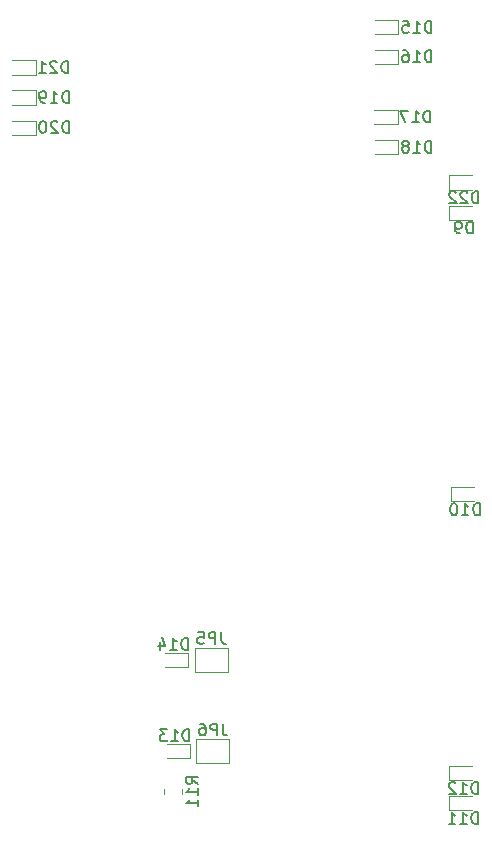
<source format=gbr>
%TF.GenerationSoftware,KiCad,Pcbnew,8.0.0*%
%TF.CreationDate,2024-10-24T21:57:35+02:00*%
%TF.ProjectId,Profiler energetyczny urz_dze_ IoT,50726f66-696c-4657-9220-656e65726765,rev?*%
%TF.SameCoordinates,Original*%
%TF.FileFunction,Legend,Bot*%
%TF.FilePolarity,Positive*%
%FSLAX46Y46*%
G04 Gerber Fmt 4.6, Leading zero omitted, Abs format (unit mm)*
G04 Created by KiCad (PCBNEW 8.0.0) date 2024-10-24 21:57:35*
%MOMM*%
%LPD*%
G01*
G04 APERTURE LIST*
%ADD10C,0.150000*%
%ADD11C,0.120000*%
G04 APERTURE END LIST*
D10*
X136464285Y-76504819D02*
X136464285Y-75504819D01*
X136464285Y-75504819D02*
X136226190Y-75504819D01*
X136226190Y-75504819D02*
X136083333Y-75552438D01*
X136083333Y-75552438D02*
X135988095Y-75647676D01*
X135988095Y-75647676D02*
X135940476Y-75742914D01*
X135940476Y-75742914D02*
X135892857Y-75933390D01*
X135892857Y-75933390D02*
X135892857Y-76076247D01*
X135892857Y-76076247D02*
X135940476Y-76266723D01*
X135940476Y-76266723D02*
X135988095Y-76361961D01*
X135988095Y-76361961D02*
X136083333Y-76457200D01*
X136083333Y-76457200D02*
X136226190Y-76504819D01*
X136226190Y-76504819D02*
X136464285Y-76504819D01*
X134940476Y-76504819D02*
X135511904Y-76504819D01*
X135226190Y-76504819D02*
X135226190Y-75504819D01*
X135226190Y-75504819D02*
X135321428Y-75647676D01*
X135321428Y-75647676D02*
X135416666Y-75742914D01*
X135416666Y-75742914D02*
X135511904Y-75790533D01*
X134083333Y-75504819D02*
X134273809Y-75504819D01*
X134273809Y-75504819D02*
X134369047Y-75552438D01*
X134369047Y-75552438D02*
X134416666Y-75600057D01*
X134416666Y-75600057D02*
X134511904Y-75742914D01*
X134511904Y-75742914D02*
X134559523Y-75933390D01*
X134559523Y-75933390D02*
X134559523Y-76314342D01*
X134559523Y-76314342D02*
X134511904Y-76409580D01*
X134511904Y-76409580D02*
X134464285Y-76457200D01*
X134464285Y-76457200D02*
X134369047Y-76504819D01*
X134369047Y-76504819D02*
X134178571Y-76504819D01*
X134178571Y-76504819D02*
X134083333Y-76457200D01*
X134083333Y-76457200D02*
X134035714Y-76409580D01*
X134035714Y-76409580D02*
X133988095Y-76314342D01*
X133988095Y-76314342D02*
X133988095Y-76076247D01*
X133988095Y-76076247D02*
X134035714Y-75981009D01*
X134035714Y-75981009D02*
X134083333Y-75933390D01*
X134083333Y-75933390D02*
X134178571Y-75885771D01*
X134178571Y-75885771D02*
X134369047Y-75885771D01*
X134369047Y-75885771D02*
X134464285Y-75933390D01*
X134464285Y-75933390D02*
X134511904Y-75981009D01*
X134511904Y-75981009D02*
X134559523Y-76076247D01*
X140414285Y-138454819D02*
X140414285Y-137454819D01*
X140414285Y-137454819D02*
X140176190Y-137454819D01*
X140176190Y-137454819D02*
X140033333Y-137502438D01*
X140033333Y-137502438D02*
X139938095Y-137597676D01*
X139938095Y-137597676D02*
X139890476Y-137692914D01*
X139890476Y-137692914D02*
X139842857Y-137883390D01*
X139842857Y-137883390D02*
X139842857Y-138026247D01*
X139842857Y-138026247D02*
X139890476Y-138216723D01*
X139890476Y-138216723D02*
X139938095Y-138311961D01*
X139938095Y-138311961D02*
X140033333Y-138407200D01*
X140033333Y-138407200D02*
X140176190Y-138454819D01*
X140176190Y-138454819D02*
X140414285Y-138454819D01*
X138890476Y-138454819D02*
X139461904Y-138454819D01*
X139176190Y-138454819D02*
X139176190Y-137454819D01*
X139176190Y-137454819D02*
X139271428Y-137597676D01*
X139271428Y-137597676D02*
X139366666Y-137692914D01*
X139366666Y-137692914D02*
X139461904Y-137740533D01*
X138509523Y-137550057D02*
X138461904Y-137502438D01*
X138461904Y-137502438D02*
X138366666Y-137454819D01*
X138366666Y-137454819D02*
X138128571Y-137454819D01*
X138128571Y-137454819D02*
X138033333Y-137502438D01*
X138033333Y-137502438D02*
X137985714Y-137550057D01*
X137985714Y-137550057D02*
X137938095Y-137645295D01*
X137938095Y-137645295D02*
X137938095Y-137740533D01*
X137938095Y-137740533D02*
X137985714Y-137883390D01*
X137985714Y-137883390D02*
X138557142Y-138454819D01*
X138557142Y-138454819D02*
X137938095Y-138454819D01*
X105714285Y-77404819D02*
X105714285Y-76404819D01*
X105714285Y-76404819D02*
X105476190Y-76404819D01*
X105476190Y-76404819D02*
X105333333Y-76452438D01*
X105333333Y-76452438D02*
X105238095Y-76547676D01*
X105238095Y-76547676D02*
X105190476Y-76642914D01*
X105190476Y-76642914D02*
X105142857Y-76833390D01*
X105142857Y-76833390D02*
X105142857Y-76976247D01*
X105142857Y-76976247D02*
X105190476Y-77166723D01*
X105190476Y-77166723D02*
X105238095Y-77261961D01*
X105238095Y-77261961D02*
X105333333Y-77357200D01*
X105333333Y-77357200D02*
X105476190Y-77404819D01*
X105476190Y-77404819D02*
X105714285Y-77404819D01*
X104761904Y-76500057D02*
X104714285Y-76452438D01*
X104714285Y-76452438D02*
X104619047Y-76404819D01*
X104619047Y-76404819D02*
X104380952Y-76404819D01*
X104380952Y-76404819D02*
X104285714Y-76452438D01*
X104285714Y-76452438D02*
X104238095Y-76500057D01*
X104238095Y-76500057D02*
X104190476Y-76595295D01*
X104190476Y-76595295D02*
X104190476Y-76690533D01*
X104190476Y-76690533D02*
X104238095Y-76833390D01*
X104238095Y-76833390D02*
X104809523Y-77404819D01*
X104809523Y-77404819D02*
X104190476Y-77404819D01*
X103238095Y-77404819D02*
X103809523Y-77404819D01*
X103523809Y-77404819D02*
X103523809Y-76404819D01*
X103523809Y-76404819D02*
X103619047Y-76547676D01*
X103619047Y-76547676D02*
X103714285Y-76642914D01*
X103714285Y-76642914D02*
X103809523Y-76690533D01*
X140459285Y-88454819D02*
X140459285Y-87454819D01*
X140459285Y-87454819D02*
X140221190Y-87454819D01*
X140221190Y-87454819D02*
X140078333Y-87502438D01*
X140078333Y-87502438D02*
X139983095Y-87597676D01*
X139983095Y-87597676D02*
X139935476Y-87692914D01*
X139935476Y-87692914D02*
X139887857Y-87883390D01*
X139887857Y-87883390D02*
X139887857Y-88026247D01*
X139887857Y-88026247D02*
X139935476Y-88216723D01*
X139935476Y-88216723D02*
X139983095Y-88311961D01*
X139983095Y-88311961D02*
X140078333Y-88407200D01*
X140078333Y-88407200D02*
X140221190Y-88454819D01*
X140221190Y-88454819D02*
X140459285Y-88454819D01*
X139506904Y-87550057D02*
X139459285Y-87502438D01*
X139459285Y-87502438D02*
X139364047Y-87454819D01*
X139364047Y-87454819D02*
X139125952Y-87454819D01*
X139125952Y-87454819D02*
X139030714Y-87502438D01*
X139030714Y-87502438D02*
X138983095Y-87550057D01*
X138983095Y-87550057D02*
X138935476Y-87645295D01*
X138935476Y-87645295D02*
X138935476Y-87740533D01*
X138935476Y-87740533D02*
X138983095Y-87883390D01*
X138983095Y-87883390D02*
X139554523Y-88454819D01*
X139554523Y-88454819D02*
X138935476Y-88454819D01*
X138554523Y-87550057D02*
X138506904Y-87502438D01*
X138506904Y-87502438D02*
X138411666Y-87454819D01*
X138411666Y-87454819D02*
X138173571Y-87454819D01*
X138173571Y-87454819D02*
X138078333Y-87502438D01*
X138078333Y-87502438D02*
X138030714Y-87550057D01*
X138030714Y-87550057D02*
X137983095Y-87645295D01*
X137983095Y-87645295D02*
X137983095Y-87740533D01*
X137983095Y-87740533D02*
X138030714Y-87883390D01*
X138030714Y-87883390D02*
X138602142Y-88454819D01*
X138602142Y-88454819D02*
X137983095Y-88454819D01*
X118808333Y-132504819D02*
X118808333Y-133219104D01*
X118808333Y-133219104D02*
X118855952Y-133361961D01*
X118855952Y-133361961D02*
X118951190Y-133457200D01*
X118951190Y-133457200D02*
X119094047Y-133504819D01*
X119094047Y-133504819D02*
X119189285Y-133504819D01*
X118332142Y-133504819D02*
X118332142Y-132504819D01*
X118332142Y-132504819D02*
X117951190Y-132504819D01*
X117951190Y-132504819D02*
X117855952Y-132552438D01*
X117855952Y-132552438D02*
X117808333Y-132600057D01*
X117808333Y-132600057D02*
X117760714Y-132695295D01*
X117760714Y-132695295D02*
X117760714Y-132838152D01*
X117760714Y-132838152D02*
X117808333Y-132933390D01*
X117808333Y-132933390D02*
X117855952Y-132981009D01*
X117855952Y-132981009D02*
X117951190Y-133028628D01*
X117951190Y-133028628D02*
X118332142Y-133028628D01*
X116903571Y-132504819D02*
X117094047Y-132504819D01*
X117094047Y-132504819D02*
X117189285Y-132552438D01*
X117189285Y-132552438D02*
X117236904Y-132600057D01*
X117236904Y-132600057D02*
X117332142Y-132742914D01*
X117332142Y-132742914D02*
X117379761Y-132933390D01*
X117379761Y-132933390D02*
X117379761Y-133314342D01*
X117379761Y-133314342D02*
X117332142Y-133409580D01*
X117332142Y-133409580D02*
X117284523Y-133457200D01*
X117284523Y-133457200D02*
X117189285Y-133504819D01*
X117189285Y-133504819D02*
X116998809Y-133504819D01*
X116998809Y-133504819D02*
X116903571Y-133457200D01*
X116903571Y-133457200D02*
X116855952Y-133409580D01*
X116855952Y-133409580D02*
X116808333Y-133314342D01*
X116808333Y-133314342D02*
X116808333Y-133076247D01*
X116808333Y-133076247D02*
X116855952Y-132981009D01*
X116855952Y-132981009D02*
X116903571Y-132933390D01*
X116903571Y-132933390D02*
X116998809Y-132885771D01*
X116998809Y-132885771D02*
X117189285Y-132885771D01*
X117189285Y-132885771D02*
X117284523Y-132933390D01*
X117284523Y-132933390D02*
X117332142Y-132981009D01*
X117332142Y-132981009D02*
X117379761Y-133076247D01*
X118658333Y-124754819D02*
X118658333Y-125469104D01*
X118658333Y-125469104D02*
X118705952Y-125611961D01*
X118705952Y-125611961D02*
X118801190Y-125707200D01*
X118801190Y-125707200D02*
X118944047Y-125754819D01*
X118944047Y-125754819D02*
X119039285Y-125754819D01*
X118182142Y-125754819D02*
X118182142Y-124754819D01*
X118182142Y-124754819D02*
X117801190Y-124754819D01*
X117801190Y-124754819D02*
X117705952Y-124802438D01*
X117705952Y-124802438D02*
X117658333Y-124850057D01*
X117658333Y-124850057D02*
X117610714Y-124945295D01*
X117610714Y-124945295D02*
X117610714Y-125088152D01*
X117610714Y-125088152D02*
X117658333Y-125183390D01*
X117658333Y-125183390D02*
X117705952Y-125231009D01*
X117705952Y-125231009D02*
X117801190Y-125278628D01*
X117801190Y-125278628D02*
X118182142Y-125278628D01*
X116705952Y-124754819D02*
X117182142Y-124754819D01*
X117182142Y-124754819D02*
X117229761Y-125231009D01*
X117229761Y-125231009D02*
X117182142Y-125183390D01*
X117182142Y-125183390D02*
X117086904Y-125135771D01*
X117086904Y-125135771D02*
X116848809Y-125135771D01*
X116848809Y-125135771D02*
X116753571Y-125183390D01*
X116753571Y-125183390D02*
X116705952Y-125231009D01*
X116705952Y-125231009D02*
X116658333Y-125326247D01*
X116658333Y-125326247D02*
X116658333Y-125564342D01*
X116658333Y-125564342D02*
X116705952Y-125659580D01*
X116705952Y-125659580D02*
X116753571Y-125707200D01*
X116753571Y-125707200D02*
X116848809Y-125754819D01*
X116848809Y-125754819D02*
X117086904Y-125754819D01*
X117086904Y-125754819D02*
X117182142Y-125707200D01*
X117182142Y-125707200D02*
X117229761Y-125659580D01*
X140409285Y-141004819D02*
X140409285Y-140004819D01*
X140409285Y-140004819D02*
X140171190Y-140004819D01*
X140171190Y-140004819D02*
X140028333Y-140052438D01*
X140028333Y-140052438D02*
X139933095Y-140147676D01*
X139933095Y-140147676D02*
X139885476Y-140242914D01*
X139885476Y-140242914D02*
X139837857Y-140433390D01*
X139837857Y-140433390D02*
X139837857Y-140576247D01*
X139837857Y-140576247D02*
X139885476Y-140766723D01*
X139885476Y-140766723D02*
X139933095Y-140861961D01*
X139933095Y-140861961D02*
X140028333Y-140957200D01*
X140028333Y-140957200D02*
X140171190Y-141004819D01*
X140171190Y-141004819D02*
X140409285Y-141004819D01*
X138885476Y-141004819D02*
X139456904Y-141004819D01*
X139171190Y-141004819D02*
X139171190Y-140004819D01*
X139171190Y-140004819D02*
X139266428Y-140147676D01*
X139266428Y-140147676D02*
X139361666Y-140242914D01*
X139361666Y-140242914D02*
X139456904Y-140290533D01*
X137933095Y-141004819D02*
X138504523Y-141004819D01*
X138218809Y-141004819D02*
X138218809Y-140004819D01*
X138218809Y-140004819D02*
X138314047Y-140147676D01*
X138314047Y-140147676D02*
X138409285Y-140242914D01*
X138409285Y-140242914D02*
X138504523Y-140290533D01*
X136464285Y-74004819D02*
X136464285Y-73004819D01*
X136464285Y-73004819D02*
X136226190Y-73004819D01*
X136226190Y-73004819D02*
X136083333Y-73052438D01*
X136083333Y-73052438D02*
X135988095Y-73147676D01*
X135988095Y-73147676D02*
X135940476Y-73242914D01*
X135940476Y-73242914D02*
X135892857Y-73433390D01*
X135892857Y-73433390D02*
X135892857Y-73576247D01*
X135892857Y-73576247D02*
X135940476Y-73766723D01*
X135940476Y-73766723D02*
X135988095Y-73861961D01*
X135988095Y-73861961D02*
X136083333Y-73957200D01*
X136083333Y-73957200D02*
X136226190Y-74004819D01*
X136226190Y-74004819D02*
X136464285Y-74004819D01*
X134940476Y-74004819D02*
X135511904Y-74004819D01*
X135226190Y-74004819D02*
X135226190Y-73004819D01*
X135226190Y-73004819D02*
X135321428Y-73147676D01*
X135321428Y-73147676D02*
X135416666Y-73242914D01*
X135416666Y-73242914D02*
X135511904Y-73290533D01*
X134035714Y-73004819D02*
X134511904Y-73004819D01*
X134511904Y-73004819D02*
X134559523Y-73481009D01*
X134559523Y-73481009D02*
X134511904Y-73433390D01*
X134511904Y-73433390D02*
X134416666Y-73385771D01*
X134416666Y-73385771D02*
X134178571Y-73385771D01*
X134178571Y-73385771D02*
X134083333Y-73433390D01*
X134083333Y-73433390D02*
X134035714Y-73481009D01*
X134035714Y-73481009D02*
X133988095Y-73576247D01*
X133988095Y-73576247D02*
X133988095Y-73814342D01*
X133988095Y-73814342D02*
X134035714Y-73909580D01*
X134035714Y-73909580D02*
X134083333Y-73957200D01*
X134083333Y-73957200D02*
X134178571Y-74004819D01*
X134178571Y-74004819D02*
X134416666Y-74004819D01*
X134416666Y-74004819D02*
X134511904Y-73957200D01*
X134511904Y-73957200D02*
X134559523Y-73909580D01*
X136464285Y-84154819D02*
X136464285Y-83154819D01*
X136464285Y-83154819D02*
X136226190Y-83154819D01*
X136226190Y-83154819D02*
X136083333Y-83202438D01*
X136083333Y-83202438D02*
X135988095Y-83297676D01*
X135988095Y-83297676D02*
X135940476Y-83392914D01*
X135940476Y-83392914D02*
X135892857Y-83583390D01*
X135892857Y-83583390D02*
X135892857Y-83726247D01*
X135892857Y-83726247D02*
X135940476Y-83916723D01*
X135940476Y-83916723D02*
X135988095Y-84011961D01*
X135988095Y-84011961D02*
X136083333Y-84107200D01*
X136083333Y-84107200D02*
X136226190Y-84154819D01*
X136226190Y-84154819D02*
X136464285Y-84154819D01*
X134940476Y-84154819D02*
X135511904Y-84154819D01*
X135226190Y-84154819D02*
X135226190Y-83154819D01*
X135226190Y-83154819D02*
X135321428Y-83297676D01*
X135321428Y-83297676D02*
X135416666Y-83392914D01*
X135416666Y-83392914D02*
X135511904Y-83440533D01*
X134369047Y-83583390D02*
X134464285Y-83535771D01*
X134464285Y-83535771D02*
X134511904Y-83488152D01*
X134511904Y-83488152D02*
X134559523Y-83392914D01*
X134559523Y-83392914D02*
X134559523Y-83345295D01*
X134559523Y-83345295D02*
X134511904Y-83250057D01*
X134511904Y-83250057D02*
X134464285Y-83202438D01*
X134464285Y-83202438D02*
X134369047Y-83154819D01*
X134369047Y-83154819D02*
X134178571Y-83154819D01*
X134178571Y-83154819D02*
X134083333Y-83202438D01*
X134083333Y-83202438D02*
X134035714Y-83250057D01*
X134035714Y-83250057D02*
X133988095Y-83345295D01*
X133988095Y-83345295D02*
X133988095Y-83392914D01*
X133988095Y-83392914D02*
X134035714Y-83488152D01*
X134035714Y-83488152D02*
X134083333Y-83535771D01*
X134083333Y-83535771D02*
X134178571Y-83583390D01*
X134178571Y-83583390D02*
X134369047Y-83583390D01*
X134369047Y-83583390D02*
X134464285Y-83631009D01*
X134464285Y-83631009D02*
X134511904Y-83678628D01*
X134511904Y-83678628D02*
X134559523Y-83773866D01*
X134559523Y-83773866D02*
X134559523Y-83964342D01*
X134559523Y-83964342D02*
X134511904Y-84059580D01*
X134511904Y-84059580D02*
X134464285Y-84107200D01*
X134464285Y-84107200D02*
X134369047Y-84154819D01*
X134369047Y-84154819D02*
X134178571Y-84154819D01*
X134178571Y-84154819D02*
X134083333Y-84107200D01*
X134083333Y-84107200D02*
X134035714Y-84059580D01*
X134035714Y-84059580D02*
X133988095Y-83964342D01*
X133988095Y-83964342D02*
X133988095Y-83773866D01*
X133988095Y-83773866D02*
X134035714Y-83678628D01*
X134035714Y-83678628D02*
X134083333Y-83631009D01*
X134083333Y-83631009D02*
X134178571Y-83583390D01*
X115844285Y-126254819D02*
X115844285Y-125254819D01*
X115844285Y-125254819D02*
X115606190Y-125254819D01*
X115606190Y-125254819D02*
X115463333Y-125302438D01*
X115463333Y-125302438D02*
X115368095Y-125397676D01*
X115368095Y-125397676D02*
X115320476Y-125492914D01*
X115320476Y-125492914D02*
X115272857Y-125683390D01*
X115272857Y-125683390D02*
X115272857Y-125826247D01*
X115272857Y-125826247D02*
X115320476Y-126016723D01*
X115320476Y-126016723D02*
X115368095Y-126111961D01*
X115368095Y-126111961D02*
X115463333Y-126207200D01*
X115463333Y-126207200D02*
X115606190Y-126254819D01*
X115606190Y-126254819D02*
X115844285Y-126254819D01*
X114320476Y-126254819D02*
X114891904Y-126254819D01*
X114606190Y-126254819D02*
X114606190Y-125254819D01*
X114606190Y-125254819D02*
X114701428Y-125397676D01*
X114701428Y-125397676D02*
X114796666Y-125492914D01*
X114796666Y-125492914D02*
X114891904Y-125540533D01*
X113463333Y-125588152D02*
X113463333Y-126254819D01*
X113701428Y-125207200D02*
X113939523Y-125921485D01*
X113939523Y-125921485D02*
X113320476Y-125921485D01*
X139983094Y-91004819D02*
X139983094Y-90004819D01*
X139983094Y-90004819D02*
X139744999Y-90004819D01*
X139744999Y-90004819D02*
X139602142Y-90052438D01*
X139602142Y-90052438D02*
X139506904Y-90147676D01*
X139506904Y-90147676D02*
X139459285Y-90242914D01*
X139459285Y-90242914D02*
X139411666Y-90433390D01*
X139411666Y-90433390D02*
X139411666Y-90576247D01*
X139411666Y-90576247D02*
X139459285Y-90766723D01*
X139459285Y-90766723D02*
X139506904Y-90861961D01*
X139506904Y-90861961D02*
X139602142Y-90957200D01*
X139602142Y-90957200D02*
X139744999Y-91004819D01*
X139744999Y-91004819D02*
X139983094Y-91004819D01*
X138935475Y-91004819D02*
X138744999Y-91004819D01*
X138744999Y-91004819D02*
X138649761Y-90957200D01*
X138649761Y-90957200D02*
X138602142Y-90909580D01*
X138602142Y-90909580D02*
X138506904Y-90766723D01*
X138506904Y-90766723D02*
X138459285Y-90576247D01*
X138459285Y-90576247D02*
X138459285Y-90195295D01*
X138459285Y-90195295D02*
X138506904Y-90100057D01*
X138506904Y-90100057D02*
X138554523Y-90052438D01*
X138554523Y-90052438D02*
X138649761Y-90004819D01*
X138649761Y-90004819D02*
X138840237Y-90004819D01*
X138840237Y-90004819D02*
X138935475Y-90052438D01*
X138935475Y-90052438D02*
X138983094Y-90100057D01*
X138983094Y-90100057D02*
X139030713Y-90195295D01*
X139030713Y-90195295D02*
X139030713Y-90433390D01*
X139030713Y-90433390D02*
X138983094Y-90528628D01*
X138983094Y-90528628D02*
X138935475Y-90576247D01*
X138935475Y-90576247D02*
X138840237Y-90623866D01*
X138840237Y-90623866D02*
X138649761Y-90623866D01*
X138649761Y-90623866D02*
X138554523Y-90576247D01*
X138554523Y-90576247D02*
X138506904Y-90528628D01*
X138506904Y-90528628D02*
X138459285Y-90433390D01*
X140564285Y-114854819D02*
X140564285Y-113854819D01*
X140564285Y-113854819D02*
X140326190Y-113854819D01*
X140326190Y-113854819D02*
X140183333Y-113902438D01*
X140183333Y-113902438D02*
X140088095Y-113997676D01*
X140088095Y-113997676D02*
X140040476Y-114092914D01*
X140040476Y-114092914D02*
X139992857Y-114283390D01*
X139992857Y-114283390D02*
X139992857Y-114426247D01*
X139992857Y-114426247D02*
X140040476Y-114616723D01*
X140040476Y-114616723D02*
X140088095Y-114711961D01*
X140088095Y-114711961D02*
X140183333Y-114807200D01*
X140183333Y-114807200D02*
X140326190Y-114854819D01*
X140326190Y-114854819D02*
X140564285Y-114854819D01*
X139040476Y-114854819D02*
X139611904Y-114854819D01*
X139326190Y-114854819D02*
X139326190Y-113854819D01*
X139326190Y-113854819D02*
X139421428Y-113997676D01*
X139421428Y-113997676D02*
X139516666Y-114092914D01*
X139516666Y-114092914D02*
X139611904Y-114140533D01*
X138421428Y-113854819D02*
X138326190Y-113854819D01*
X138326190Y-113854819D02*
X138230952Y-113902438D01*
X138230952Y-113902438D02*
X138183333Y-113950057D01*
X138183333Y-113950057D02*
X138135714Y-114045295D01*
X138135714Y-114045295D02*
X138088095Y-114235771D01*
X138088095Y-114235771D02*
X138088095Y-114473866D01*
X138088095Y-114473866D02*
X138135714Y-114664342D01*
X138135714Y-114664342D02*
X138183333Y-114759580D01*
X138183333Y-114759580D02*
X138230952Y-114807200D01*
X138230952Y-114807200D02*
X138326190Y-114854819D01*
X138326190Y-114854819D02*
X138421428Y-114854819D01*
X138421428Y-114854819D02*
X138516666Y-114807200D01*
X138516666Y-114807200D02*
X138564285Y-114759580D01*
X138564285Y-114759580D02*
X138611904Y-114664342D01*
X138611904Y-114664342D02*
X138659523Y-114473866D01*
X138659523Y-114473866D02*
X138659523Y-114235771D01*
X138659523Y-114235771D02*
X138611904Y-114045295D01*
X138611904Y-114045295D02*
X138564285Y-113950057D01*
X138564285Y-113950057D02*
X138516666Y-113902438D01*
X138516666Y-113902438D02*
X138421428Y-113854819D01*
X105764285Y-82504819D02*
X105764285Y-81504819D01*
X105764285Y-81504819D02*
X105526190Y-81504819D01*
X105526190Y-81504819D02*
X105383333Y-81552438D01*
X105383333Y-81552438D02*
X105288095Y-81647676D01*
X105288095Y-81647676D02*
X105240476Y-81742914D01*
X105240476Y-81742914D02*
X105192857Y-81933390D01*
X105192857Y-81933390D02*
X105192857Y-82076247D01*
X105192857Y-82076247D02*
X105240476Y-82266723D01*
X105240476Y-82266723D02*
X105288095Y-82361961D01*
X105288095Y-82361961D02*
X105383333Y-82457200D01*
X105383333Y-82457200D02*
X105526190Y-82504819D01*
X105526190Y-82504819D02*
X105764285Y-82504819D01*
X104811904Y-81600057D02*
X104764285Y-81552438D01*
X104764285Y-81552438D02*
X104669047Y-81504819D01*
X104669047Y-81504819D02*
X104430952Y-81504819D01*
X104430952Y-81504819D02*
X104335714Y-81552438D01*
X104335714Y-81552438D02*
X104288095Y-81600057D01*
X104288095Y-81600057D02*
X104240476Y-81695295D01*
X104240476Y-81695295D02*
X104240476Y-81790533D01*
X104240476Y-81790533D02*
X104288095Y-81933390D01*
X104288095Y-81933390D02*
X104859523Y-82504819D01*
X104859523Y-82504819D02*
X104240476Y-82504819D01*
X103621428Y-81504819D02*
X103526190Y-81504819D01*
X103526190Y-81504819D02*
X103430952Y-81552438D01*
X103430952Y-81552438D02*
X103383333Y-81600057D01*
X103383333Y-81600057D02*
X103335714Y-81695295D01*
X103335714Y-81695295D02*
X103288095Y-81885771D01*
X103288095Y-81885771D02*
X103288095Y-82123866D01*
X103288095Y-82123866D02*
X103335714Y-82314342D01*
X103335714Y-82314342D02*
X103383333Y-82409580D01*
X103383333Y-82409580D02*
X103430952Y-82457200D01*
X103430952Y-82457200D02*
X103526190Y-82504819D01*
X103526190Y-82504819D02*
X103621428Y-82504819D01*
X103621428Y-82504819D02*
X103716666Y-82457200D01*
X103716666Y-82457200D02*
X103764285Y-82409580D01*
X103764285Y-82409580D02*
X103811904Y-82314342D01*
X103811904Y-82314342D02*
X103859523Y-82123866D01*
X103859523Y-82123866D02*
X103859523Y-81885771D01*
X103859523Y-81885771D02*
X103811904Y-81695295D01*
X103811904Y-81695295D02*
X103764285Y-81600057D01*
X103764285Y-81600057D02*
X103716666Y-81552438D01*
X103716666Y-81552438D02*
X103621428Y-81504819D01*
X116704819Y-137607142D02*
X116228628Y-137273809D01*
X116704819Y-137035714D02*
X115704819Y-137035714D01*
X115704819Y-137035714D02*
X115704819Y-137416666D01*
X115704819Y-137416666D02*
X115752438Y-137511904D01*
X115752438Y-137511904D02*
X115800057Y-137559523D01*
X115800057Y-137559523D02*
X115895295Y-137607142D01*
X115895295Y-137607142D02*
X116038152Y-137607142D01*
X116038152Y-137607142D02*
X116133390Y-137559523D01*
X116133390Y-137559523D02*
X116181009Y-137511904D01*
X116181009Y-137511904D02*
X116228628Y-137416666D01*
X116228628Y-137416666D02*
X116228628Y-137035714D01*
X116704819Y-138559523D02*
X116704819Y-137988095D01*
X116704819Y-138273809D02*
X115704819Y-138273809D01*
X115704819Y-138273809D02*
X115847676Y-138178571D01*
X115847676Y-138178571D02*
X115942914Y-138083333D01*
X115942914Y-138083333D02*
X115990533Y-137988095D01*
X116704819Y-139511904D02*
X116704819Y-138940476D01*
X116704819Y-139226190D02*
X115704819Y-139226190D01*
X115704819Y-139226190D02*
X115847676Y-139130952D01*
X115847676Y-139130952D02*
X115942914Y-139035714D01*
X115942914Y-139035714D02*
X115990533Y-138940476D01*
X115964285Y-134004819D02*
X115964285Y-133004819D01*
X115964285Y-133004819D02*
X115726190Y-133004819D01*
X115726190Y-133004819D02*
X115583333Y-133052438D01*
X115583333Y-133052438D02*
X115488095Y-133147676D01*
X115488095Y-133147676D02*
X115440476Y-133242914D01*
X115440476Y-133242914D02*
X115392857Y-133433390D01*
X115392857Y-133433390D02*
X115392857Y-133576247D01*
X115392857Y-133576247D02*
X115440476Y-133766723D01*
X115440476Y-133766723D02*
X115488095Y-133861961D01*
X115488095Y-133861961D02*
X115583333Y-133957200D01*
X115583333Y-133957200D02*
X115726190Y-134004819D01*
X115726190Y-134004819D02*
X115964285Y-134004819D01*
X114440476Y-134004819D02*
X115011904Y-134004819D01*
X114726190Y-134004819D02*
X114726190Y-133004819D01*
X114726190Y-133004819D02*
X114821428Y-133147676D01*
X114821428Y-133147676D02*
X114916666Y-133242914D01*
X114916666Y-133242914D02*
X115011904Y-133290533D01*
X114107142Y-133004819D02*
X113488095Y-133004819D01*
X113488095Y-133004819D02*
X113821428Y-133385771D01*
X113821428Y-133385771D02*
X113678571Y-133385771D01*
X113678571Y-133385771D02*
X113583333Y-133433390D01*
X113583333Y-133433390D02*
X113535714Y-133481009D01*
X113535714Y-133481009D02*
X113488095Y-133576247D01*
X113488095Y-133576247D02*
X113488095Y-133814342D01*
X113488095Y-133814342D02*
X113535714Y-133909580D01*
X113535714Y-133909580D02*
X113583333Y-133957200D01*
X113583333Y-133957200D02*
X113678571Y-134004819D01*
X113678571Y-134004819D02*
X113964285Y-134004819D01*
X113964285Y-134004819D02*
X114059523Y-133957200D01*
X114059523Y-133957200D02*
X114107142Y-133909580D01*
X136364285Y-81604819D02*
X136364285Y-80604819D01*
X136364285Y-80604819D02*
X136126190Y-80604819D01*
X136126190Y-80604819D02*
X135983333Y-80652438D01*
X135983333Y-80652438D02*
X135888095Y-80747676D01*
X135888095Y-80747676D02*
X135840476Y-80842914D01*
X135840476Y-80842914D02*
X135792857Y-81033390D01*
X135792857Y-81033390D02*
X135792857Y-81176247D01*
X135792857Y-81176247D02*
X135840476Y-81366723D01*
X135840476Y-81366723D02*
X135888095Y-81461961D01*
X135888095Y-81461961D02*
X135983333Y-81557200D01*
X135983333Y-81557200D02*
X136126190Y-81604819D01*
X136126190Y-81604819D02*
X136364285Y-81604819D01*
X134840476Y-81604819D02*
X135411904Y-81604819D01*
X135126190Y-81604819D02*
X135126190Y-80604819D01*
X135126190Y-80604819D02*
X135221428Y-80747676D01*
X135221428Y-80747676D02*
X135316666Y-80842914D01*
X135316666Y-80842914D02*
X135411904Y-80890533D01*
X134507142Y-80604819D02*
X133840476Y-80604819D01*
X133840476Y-80604819D02*
X134269047Y-81604819D01*
X105764285Y-79954819D02*
X105764285Y-78954819D01*
X105764285Y-78954819D02*
X105526190Y-78954819D01*
X105526190Y-78954819D02*
X105383333Y-79002438D01*
X105383333Y-79002438D02*
X105288095Y-79097676D01*
X105288095Y-79097676D02*
X105240476Y-79192914D01*
X105240476Y-79192914D02*
X105192857Y-79383390D01*
X105192857Y-79383390D02*
X105192857Y-79526247D01*
X105192857Y-79526247D02*
X105240476Y-79716723D01*
X105240476Y-79716723D02*
X105288095Y-79811961D01*
X105288095Y-79811961D02*
X105383333Y-79907200D01*
X105383333Y-79907200D02*
X105526190Y-79954819D01*
X105526190Y-79954819D02*
X105764285Y-79954819D01*
X104240476Y-79954819D02*
X104811904Y-79954819D01*
X104526190Y-79954819D02*
X104526190Y-78954819D01*
X104526190Y-78954819D02*
X104621428Y-79097676D01*
X104621428Y-79097676D02*
X104716666Y-79192914D01*
X104716666Y-79192914D02*
X104811904Y-79240533D01*
X103764285Y-79954819D02*
X103573809Y-79954819D01*
X103573809Y-79954819D02*
X103478571Y-79907200D01*
X103478571Y-79907200D02*
X103430952Y-79859580D01*
X103430952Y-79859580D02*
X103335714Y-79716723D01*
X103335714Y-79716723D02*
X103288095Y-79526247D01*
X103288095Y-79526247D02*
X103288095Y-79145295D01*
X103288095Y-79145295D02*
X103335714Y-79050057D01*
X103335714Y-79050057D02*
X103383333Y-79002438D01*
X103383333Y-79002438D02*
X103478571Y-78954819D01*
X103478571Y-78954819D02*
X103669047Y-78954819D01*
X103669047Y-78954819D02*
X103764285Y-79002438D01*
X103764285Y-79002438D02*
X103811904Y-79050057D01*
X103811904Y-79050057D02*
X103859523Y-79145295D01*
X103859523Y-79145295D02*
X103859523Y-79383390D01*
X103859523Y-79383390D02*
X103811904Y-79478628D01*
X103811904Y-79478628D02*
X103764285Y-79526247D01*
X103764285Y-79526247D02*
X103669047Y-79573866D01*
X103669047Y-79573866D02*
X103478571Y-79573866D01*
X103478571Y-79573866D02*
X103383333Y-79526247D01*
X103383333Y-79526247D02*
X103335714Y-79478628D01*
X103335714Y-79478628D02*
X103288095Y-79383390D01*
D11*
%TO.C,D16*%
X133660000Y-75450000D02*
X131700000Y-75450000D01*
X133660000Y-76650000D02*
X131700000Y-76650000D01*
X133660000Y-76650000D02*
X133660000Y-75450000D01*
%TO.C,D12*%
X137940000Y-136100000D02*
X137940000Y-137300000D01*
X137940000Y-136100000D02*
X139900000Y-136100000D01*
X137940000Y-137300000D02*
X139900000Y-137300000D01*
%TO.C,D21*%
X102960000Y-76350000D02*
X101000000Y-76350000D01*
X102960000Y-77550000D02*
X101000000Y-77550000D01*
X102960000Y-77550000D02*
X102960000Y-76350000D01*
%TO.C,D22*%
X137985000Y-86100000D02*
X137985000Y-87300000D01*
X137985000Y-86100000D02*
X139945000Y-86100000D01*
X137985000Y-87300000D02*
X139945000Y-87300000D01*
%TO.C,JP6*%
X116575000Y-133850000D02*
X119375000Y-133850000D01*
X116575000Y-135850000D02*
X116575000Y-133850000D01*
X119375000Y-133850000D02*
X119375000Y-135850000D01*
X119375000Y-135850000D02*
X116575000Y-135850000D01*
%TO.C,JP5*%
X116425000Y-126100000D02*
X119225000Y-126100000D01*
X116425000Y-128100000D02*
X116425000Y-126100000D01*
X119225000Y-126100000D02*
X119225000Y-128100000D01*
X119225000Y-128100000D02*
X116425000Y-128100000D01*
%TO.C,D11*%
X137935000Y-138650000D02*
X137935000Y-139850000D01*
X137935000Y-138650000D02*
X139895000Y-138650000D01*
X137935000Y-139850000D02*
X139895000Y-139850000D01*
%TO.C,D15*%
X133660000Y-72950000D02*
X131700000Y-72950000D01*
X133660000Y-74150000D02*
X131700000Y-74150000D01*
X133660000Y-74150000D02*
X133660000Y-72950000D01*
%TO.C,D18*%
X133660000Y-83100000D02*
X131700000Y-83100000D01*
X133660000Y-84300000D02*
X131700000Y-84300000D01*
X133660000Y-84300000D02*
X133660000Y-83100000D01*
%TO.C,D14*%
X115890000Y-126500000D02*
X113930000Y-126500000D01*
X115890000Y-127700000D02*
X113930000Y-127700000D01*
X115890000Y-127700000D02*
X115890000Y-126500000D01*
%TO.C,D9*%
X137985000Y-88650000D02*
X137985000Y-89850000D01*
X137985000Y-88650000D02*
X139945000Y-88650000D01*
X137985000Y-89850000D02*
X139945000Y-89850000D01*
%TO.C,D10*%
X138090000Y-112500000D02*
X138090000Y-113700000D01*
X138090000Y-112500000D02*
X140050000Y-112500000D01*
X138090000Y-113700000D02*
X140050000Y-113700000D01*
%TO.C,D20*%
X102960000Y-81450000D02*
X101000000Y-81450000D01*
X102960000Y-82650000D02*
X101000000Y-82650000D01*
X102960000Y-82650000D02*
X102960000Y-81450000D01*
%TO.C,R11*%
X113865000Y-138022936D02*
X113865000Y-138477064D01*
X115335000Y-138022936D02*
X115335000Y-138477064D01*
%TO.C,D13*%
X116010000Y-134250000D02*
X114050000Y-134250000D01*
X116010000Y-135450000D02*
X114050000Y-135450000D01*
X116010000Y-135450000D02*
X116010000Y-134250000D01*
%TO.C,D17*%
X133610000Y-80550000D02*
X131650000Y-80550000D01*
X133610000Y-81750000D02*
X131650000Y-81750000D01*
X133610000Y-81750000D02*
X133610000Y-80550000D01*
%TO.C,D19*%
X102960000Y-78900000D02*
X101000000Y-78900000D01*
X102960000Y-80100000D02*
X101000000Y-80100000D01*
X102960000Y-80100000D02*
X102960000Y-78900000D01*
%TD*%
M02*

</source>
